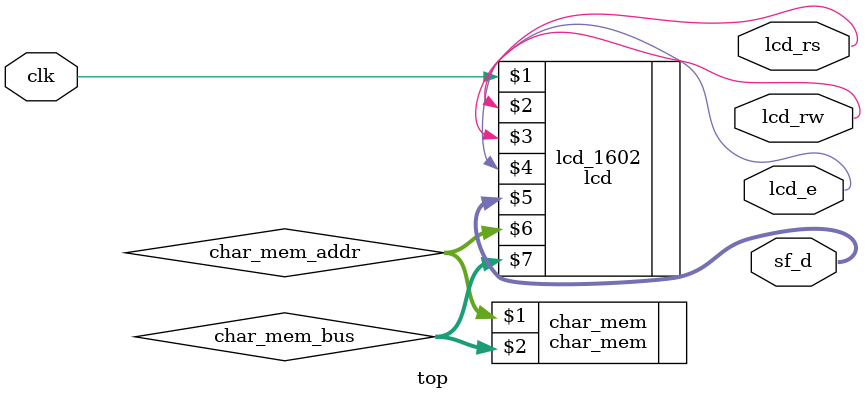
<source format=v>
module top(
	input clk, 
	output lcd_rs,
	output lcd_rw,
	output lcd_e, 
	output [11:8] sf_d
	);

	wire [7:0] char_mem_bus;
	wire [4:0] char_mem_addr;
	
	char_mem char_mem (char_mem_addr, char_mem_bus);
	lcd lcd_1602 (clk, lcd_rs, lcd_rw, lcd_e, sf_d, char_mem_addr, char_mem_bus);

endmodule

</source>
